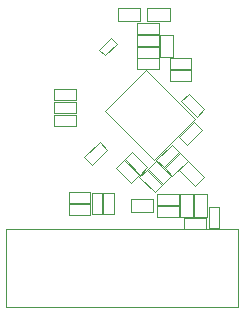
<source format=gbr>
%TF.GenerationSoftware,KiCad,Pcbnew,(6.0.5)*%
%TF.CreationDate,2023-11-29T10:11:24+07:00*%
%TF.ProjectId,lidar,6c696461-722e-46b6-9963-61645f706362,rev?*%
%TF.SameCoordinates,Original*%
%TF.FileFunction,Other,User*%
%FSLAX46Y46*%
G04 Gerber Fmt 4.6, Leading zero omitted, Abs format (unit mm)*
G04 Created by KiCad (PCBNEW (6.0.5)) date 2023-11-29 10:11:24*
%MOMM*%
%LPD*%
G01*
G04 APERTURE LIST*
%ADD10C,0.050000*%
G04 APERTURE END LIST*
D10*
%TO.C,C21*%
X138710000Y-77160000D02*
X136890000Y-77160000D01*
X138710000Y-76240000D02*
X138710000Y-77160000D01*
X136890000Y-77160000D02*
X136890000Y-76240000D01*
X136890000Y-76240000D02*
X138710000Y-76240000D01*
%TO.C,C27*%
X135124164Y-87488902D02*
X135774702Y-86838364D01*
X136411098Y-88775836D02*
X135124164Y-87488902D01*
X135774702Y-86838364D02*
X137061636Y-88125298D01*
X137061636Y-88125298D02*
X136411098Y-88775836D01*
%TO.C,C19*%
X132910000Y-90540000D02*
X132910000Y-91460000D01*
X131090000Y-90540000D02*
X132910000Y-90540000D01*
X131090000Y-91460000D02*
X131090000Y-90540000D01*
X132910000Y-91460000D02*
X131090000Y-91460000D01*
%TO.C,C14*%
X139670000Y-79160000D02*
X139670000Y-78240000D01*
X141490000Y-79160000D02*
X139670000Y-79160000D01*
X139670000Y-78240000D02*
X141490000Y-78240000D01*
X141490000Y-78240000D02*
X141490000Y-79160000D01*
%TO.C,C25*%
X133960000Y-91410000D02*
X133040000Y-91410000D01*
X133960000Y-89590000D02*
X133960000Y-91410000D01*
X133040000Y-89590000D02*
X133960000Y-89590000D01*
X133040000Y-91410000D02*
X133040000Y-89590000D01*
%TO.C,C7*%
X138481802Y-86931264D02*
X139768736Y-88218198D01*
X137831264Y-87581802D02*
X138481802Y-86931264D01*
X139118198Y-88868736D02*
X137831264Y-87581802D01*
X139768736Y-88218198D02*
X139118198Y-88868736D01*
%TO.C,C23*%
X138590000Y-90740000D02*
X140410000Y-90740000D01*
X140410000Y-90740000D02*
X140410000Y-91660000D01*
X138590000Y-91660000D02*
X138590000Y-90740000D01*
X140410000Y-91660000D02*
X138590000Y-91660000D01*
%TO.C,C28*%
X136481802Y-86131264D02*
X137768736Y-87418198D01*
X137768736Y-87418198D02*
X137118198Y-88068736D01*
X137118198Y-88068736D02*
X135831264Y-86781802D01*
X135831264Y-86781802D02*
X136481802Y-86131264D01*
%TO.C,R12*%
X140610051Y-81874731D02*
X141274731Y-81210051D01*
X141274731Y-81210051D02*
X142589949Y-82525269D01*
X141925269Y-83189949D02*
X140610051Y-81874731D01*
X142589949Y-82525269D02*
X141925269Y-83189949D01*
%TO.C,C30*%
X140518198Y-86231264D02*
X141168736Y-86881802D01*
X139881802Y-88168736D02*
X139231264Y-87518198D01*
X141168736Y-86881802D02*
X139881802Y-88168736D01*
X139231264Y-87518198D02*
X140518198Y-86231264D01*
%TO.C,C17*%
X135176777Y-76986827D02*
X134186828Y-77976776D01*
X134681802Y-76491852D02*
X135176777Y-76986827D01*
X133691853Y-77481801D02*
X134681802Y-76491852D01*
X134186828Y-77976776D02*
X133691853Y-77481801D01*
%TO.C,R11*%
X141725269Y-83610051D02*
X142389949Y-84274731D01*
X140410051Y-84925269D02*
X141725269Y-83610051D01*
X141074731Y-85589949D02*
X140410051Y-84925269D01*
X142389949Y-84274731D02*
X141074731Y-85589949D01*
%TO.C,C8*%
X137739302Y-87645464D02*
X139026236Y-88932398D01*
X139026236Y-88932398D02*
X138375698Y-89582936D01*
X138375698Y-89582936D02*
X137088764Y-88296002D01*
X137088764Y-88296002D02*
X137739302Y-87645464D01*
%TO.C,C18*%
X132910000Y-89540000D02*
X132910000Y-90460000D01*
X131090000Y-90460000D02*
X131090000Y-89540000D01*
X132910000Y-90460000D02*
X131090000Y-90460000D01*
X131090000Y-89540000D02*
X132910000Y-89540000D01*
%TO.C,C15*%
X138730000Y-78240000D02*
X138730000Y-79160000D01*
X136910000Y-79160000D02*
X136910000Y-78240000D01*
X136910000Y-78240000D02*
X138730000Y-78240000D01*
X138730000Y-79160000D02*
X136910000Y-79160000D01*
%TO.C,FB7*%
X141750000Y-89750000D02*
X142850000Y-89750000D01*
X141750000Y-91650000D02*
X142850000Y-91650000D01*
X141750000Y-89750000D02*
X141750000Y-91650000D01*
X142850000Y-89750000D02*
X142850000Y-91650000D01*
%TO.C,FB5*%
X141217157Y-86939340D02*
X140439340Y-87717157D01*
X142560660Y-88282843D02*
X141782843Y-89060660D01*
X142560660Y-88282843D02*
X141217157Y-86939340D01*
X141782843Y-89060660D02*
X140439340Y-87717157D01*
%TO.C,R17*%
X131705000Y-83030000D02*
X131705000Y-83970000D01*
X131705000Y-83970000D02*
X129845000Y-83970000D01*
X129845000Y-83030000D02*
X131705000Y-83030000D01*
X129845000Y-83970000D02*
X129845000Y-83030000D01*
%TO.C,FB4*%
X138250000Y-90150000D02*
X138250000Y-91250000D01*
X138250000Y-91250000D02*
X136350000Y-91250000D01*
X136350000Y-90150000D02*
X136350000Y-91250000D01*
X138250000Y-90150000D02*
X136350000Y-90150000D01*
%TO.C,C20*%
X132431264Y-86618198D02*
X133718198Y-85331264D01*
X133718198Y-85331264D02*
X134368736Y-85981802D01*
X134368736Y-85981802D02*
X133081802Y-87268736D01*
X133081802Y-87268736D02*
X132431264Y-86618198D01*
%TO.C,U1*%
X134181623Y-82646447D02*
X137646447Y-79181623D01*
X138353553Y-86818377D02*
X134181623Y-82646447D01*
X138353553Y-86818377D02*
X141818377Y-83353553D01*
X141818377Y-83353553D02*
X137646447Y-79181623D01*
%TO.C,C26*%
X134960000Y-89590000D02*
X134960000Y-91410000D01*
X134040000Y-91410000D02*
X134040000Y-89590000D01*
X134960000Y-91410000D02*
X134040000Y-91410000D01*
X134040000Y-89590000D02*
X134960000Y-89590000D01*
%TO.C,C13*%
X138710000Y-78160000D02*
X136890000Y-78160000D01*
X138710000Y-77240000D02*
X138710000Y-78160000D01*
X136890000Y-78160000D02*
X136890000Y-77240000D01*
X136890000Y-77240000D02*
X138710000Y-77240000D01*
%TO.C,FB2*%
X141650000Y-89750000D02*
X141650000Y-91650000D01*
X140550000Y-91650000D02*
X141650000Y-91650000D01*
X140550000Y-89750000D02*
X140550000Y-91650000D01*
X140550000Y-89750000D02*
X141650000Y-89750000D01*
%TO.C,FB3*%
X137150000Y-75050000D02*
X135250000Y-75050000D01*
X135250000Y-73950000D02*
X135250000Y-75050000D01*
X137150000Y-73950000D02*
X135250000Y-73950000D01*
X137150000Y-73950000D02*
X137150000Y-75050000D01*
%TO.C,FB6*%
X139650000Y-75050000D02*
X139650000Y-73950000D01*
X137750000Y-75050000D02*
X137750000Y-73950000D01*
X137750000Y-73950000D02*
X139650000Y-73950000D01*
X137750000Y-75050000D02*
X139650000Y-75050000D01*
%TO.C,FB1*%
X139950000Y-76250000D02*
X139950000Y-78150000D01*
X138850000Y-76250000D02*
X139950000Y-76250000D01*
X138850000Y-76250000D02*
X138850000Y-78150000D01*
X138850000Y-78150000D02*
X139950000Y-78150000D01*
%TO.C,C37*%
X142940000Y-90790000D02*
X143860000Y-90790000D01*
X142940000Y-92610000D02*
X142940000Y-90790000D01*
X143860000Y-90790000D02*
X143860000Y-92610000D01*
X143860000Y-92610000D02*
X142940000Y-92610000D01*
%TO.C,R15*%
X129870000Y-80830000D02*
X131730000Y-80830000D01*
X129870000Y-81770000D02*
X129870000Y-80830000D01*
X131730000Y-81770000D02*
X129870000Y-81770000D01*
X131730000Y-80830000D02*
X131730000Y-81770000D01*
%TO.C,C22*%
X136890000Y-76160000D02*
X136890000Y-75240000D01*
X136890000Y-75240000D02*
X138710000Y-75240000D01*
X138710000Y-76160000D02*
X136890000Y-76160000D01*
X138710000Y-75240000D02*
X138710000Y-76160000D01*
%TO.C,C29*%
X139181802Y-87468736D02*
X138531264Y-86818198D01*
X139818198Y-85531264D02*
X140468736Y-86181802D01*
X138531264Y-86818198D02*
X139818198Y-85531264D01*
X140468736Y-86181802D02*
X139181802Y-87468736D01*
%TO.C,R16*%
X131705000Y-82870000D02*
X129845000Y-82870000D01*
X129845000Y-81930000D02*
X131705000Y-81930000D01*
X129845000Y-82870000D02*
X129845000Y-81930000D01*
X131705000Y-81930000D02*
X131705000Y-82870000D01*
%TO.C,J1*%
X125800000Y-99300000D02*
X145400000Y-99300000D01*
X145400000Y-99300000D02*
X145400000Y-92700000D01*
X125800000Y-92700000D02*
X125800000Y-99300000D01*
X145400000Y-92700000D02*
X125800000Y-92700000D01*
%TO.C,C24*%
X138590000Y-89740000D02*
X140410000Y-89740000D01*
X140410000Y-89740000D02*
X140410000Y-90660000D01*
X138590000Y-90660000D02*
X138590000Y-89740000D01*
X140410000Y-90660000D02*
X138590000Y-90660000D01*
%TO.C,C16*%
X139670000Y-79240000D02*
X141490000Y-79240000D01*
X139670000Y-80160000D02*
X139670000Y-79240000D01*
X141490000Y-80160000D02*
X139670000Y-80160000D01*
X141490000Y-79240000D02*
X141490000Y-80160000D01*
%TO.C,C38*%
X140890000Y-92660000D02*
X140890000Y-91740000D01*
X142710000Y-91740000D02*
X142710000Y-92660000D01*
X142710000Y-92660000D02*
X140890000Y-92660000D01*
X140890000Y-91740000D02*
X142710000Y-91740000D01*
%TD*%
M02*

</source>
